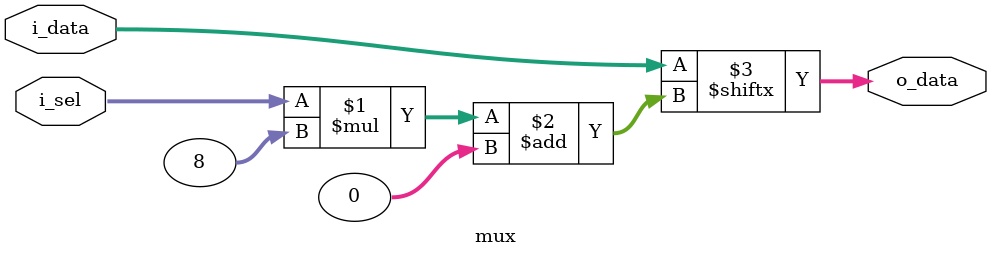
<source format=v>
module mux #(
    parameter NUM_INPUTS = 4,
    parameter DATA_BITWIDTH = 8
)(
    input  [NUM_INPUTS * DATA_BITWIDTH-1:0] i_data,  // Concatenated inputs
    input  [$clog2(NUM_INPUTS)-1:0]         i_sel,   // Select line
    output [DATA_BITWIDTH-1:0]              o_data   // Selected output
);

    assign o_data = i_data[i_sel * DATA_BITWIDTH +: DATA_BITWIDTH];

endmodule
</source>
